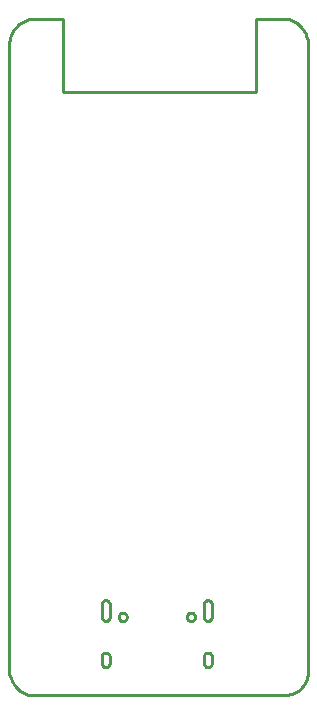
<source format=gbr>
G04 EAGLE Gerber RS-274X export*
G75*
%MOMM*%
%FSLAX34Y34*%
%LPD*%
%IN*%
%IPPOS*%
%AMOC8*
5,1,8,0,0,1.08239X$1,22.5*%
G01*
%ADD10C,0.254000*%


D10*
X-2000Y23000D02*
X-2013Y22851D01*
X-2091Y20925D01*
X-2000Y19000D01*
X-1742Y17090D01*
X-1318Y15210D01*
X-733Y13374D01*
X11Y11596D01*
X906Y9890D01*
X1947Y8268D01*
X3126Y6743D01*
X4433Y5327D01*
X5858Y4029D01*
X7391Y2861D01*
X9020Y1831D01*
X10732Y947D01*
X12515Y216D01*
X14355Y-357D01*
X16238Y-768D01*
X18149Y-1013D01*
X20075Y-1091D01*
X22000Y-1000D01*
X230000Y-1000D01*
X230771Y-1005D01*
X232561Y-904D01*
X234334Y-648D01*
X236079Y-239D01*
X237781Y321D01*
X239428Y1028D01*
X241007Y1875D01*
X242507Y2856D01*
X243915Y3965D01*
X245221Y5192D01*
X246415Y6528D01*
X247488Y7964D01*
X248432Y9487D01*
X249240Y11087D01*
X249905Y12751D01*
X250422Y14466D01*
X250788Y16221D01*
X251000Y18000D01*
X251000Y548000D01*
X251005Y548059D01*
X251087Y549988D01*
X251000Y551917D01*
X250745Y553830D01*
X250325Y555714D01*
X249742Y557555D01*
X249001Y559337D01*
X248107Y561048D01*
X247068Y562675D01*
X245891Y564205D01*
X244584Y565627D01*
X243159Y566929D01*
X241626Y568102D01*
X239997Y569137D01*
X238283Y570026D01*
X236499Y570762D01*
X234657Y571341D01*
X232772Y571756D01*
X230857Y572005D01*
X228929Y572087D01*
X227000Y572000D01*
X207000Y572000D01*
X207000Y510000D01*
X44000Y510000D01*
X44000Y572000D01*
X22000Y572000D01*
X21026Y572046D01*
X19055Y572010D01*
X17095Y571802D01*
X15160Y571425D01*
X13266Y570880D01*
X11426Y570172D01*
X9655Y569307D01*
X7966Y568291D01*
X6373Y567131D01*
X4886Y565837D01*
X3518Y564418D01*
X2278Y562885D01*
X1177Y561250D01*
X223Y559525D01*
X-577Y557724D01*
X-1218Y555860D01*
X-1693Y553947D01*
X-2000Y552000D01*
X-2000Y23000D01*
X162950Y26000D02*
X162962Y25717D01*
X162999Y25436D01*
X163061Y25159D01*
X163146Y24888D01*
X163255Y24627D01*
X163385Y24375D01*
X163538Y24136D01*
X163710Y23911D01*
X163902Y23702D01*
X164111Y23510D01*
X164336Y23338D01*
X164575Y23185D01*
X164827Y23055D01*
X165088Y22946D01*
X165359Y22861D01*
X165636Y22799D01*
X165917Y22762D01*
X166200Y22750D01*
X166483Y22762D01*
X166764Y22799D01*
X167041Y22861D01*
X167312Y22946D01*
X167574Y23055D01*
X167825Y23185D01*
X168064Y23338D01*
X168289Y23510D01*
X168498Y23702D01*
X168690Y23911D01*
X168862Y24136D01*
X169015Y24375D01*
X169146Y24627D01*
X169254Y24888D01*
X169339Y25159D01*
X169401Y25436D01*
X169438Y25717D01*
X169450Y26000D01*
X169450Y32000D01*
X169438Y32283D01*
X169401Y32564D01*
X169339Y32841D01*
X169254Y33112D01*
X169146Y33374D01*
X169015Y33625D01*
X168862Y33864D01*
X168690Y34089D01*
X168498Y34298D01*
X168289Y34490D01*
X168064Y34662D01*
X167825Y34815D01*
X167574Y34946D01*
X167312Y35054D01*
X167041Y35139D01*
X166764Y35201D01*
X166483Y35238D01*
X166200Y35250D01*
X165917Y35238D01*
X165636Y35201D01*
X165359Y35139D01*
X165088Y35054D01*
X164827Y34946D01*
X164575Y34815D01*
X164336Y34662D01*
X164111Y34490D01*
X163902Y34298D01*
X163710Y34089D01*
X163538Y33864D01*
X163385Y33625D01*
X163255Y33374D01*
X163146Y33112D01*
X163061Y32841D01*
X162999Y32564D01*
X162962Y32283D01*
X162950Y32000D01*
X162950Y26000D01*
X76550Y26000D02*
X76562Y25717D01*
X76599Y25436D01*
X76661Y25159D01*
X76746Y24888D01*
X76855Y24627D01*
X76985Y24375D01*
X77138Y24136D01*
X77310Y23911D01*
X77502Y23702D01*
X77711Y23510D01*
X77936Y23338D01*
X78175Y23185D01*
X78427Y23055D01*
X78688Y22946D01*
X78959Y22861D01*
X79236Y22799D01*
X79517Y22762D01*
X79800Y22750D01*
X80083Y22762D01*
X80364Y22799D01*
X80641Y22861D01*
X80912Y22946D01*
X81174Y23055D01*
X81425Y23185D01*
X81664Y23338D01*
X81889Y23510D01*
X82098Y23702D01*
X82290Y23911D01*
X82462Y24136D01*
X82615Y24375D01*
X82746Y24627D01*
X82854Y24888D01*
X82939Y25159D01*
X83001Y25436D01*
X83038Y25717D01*
X83050Y26000D01*
X83050Y32000D01*
X83038Y32283D01*
X83001Y32564D01*
X82939Y32841D01*
X82854Y33112D01*
X82746Y33374D01*
X82615Y33625D01*
X82462Y33864D01*
X82290Y34089D01*
X82098Y34298D01*
X81889Y34490D01*
X81664Y34662D01*
X81425Y34815D01*
X81174Y34946D01*
X80912Y35054D01*
X80641Y35139D01*
X80364Y35201D01*
X80083Y35238D01*
X79800Y35250D01*
X79517Y35238D01*
X79236Y35201D01*
X78959Y35139D01*
X78688Y35054D01*
X78427Y34946D01*
X78175Y34815D01*
X77936Y34662D01*
X77711Y34490D01*
X77502Y34298D01*
X77310Y34089D01*
X77138Y33864D01*
X76985Y33625D01*
X76855Y33374D01*
X76746Y33112D01*
X76661Y32841D01*
X76599Y32564D01*
X76562Y32283D01*
X76550Y32000D01*
X76550Y26000D01*
X162950Y65300D02*
X162962Y65017D01*
X162999Y64736D01*
X163061Y64459D01*
X163146Y64188D01*
X163255Y63927D01*
X163385Y63675D01*
X163538Y63436D01*
X163710Y63211D01*
X163902Y63002D01*
X164111Y62810D01*
X164336Y62638D01*
X164575Y62485D01*
X164827Y62355D01*
X165088Y62246D01*
X165359Y62161D01*
X165636Y62099D01*
X165917Y62062D01*
X166200Y62050D01*
X166483Y62062D01*
X166764Y62099D01*
X167041Y62161D01*
X167312Y62246D01*
X167574Y62355D01*
X167825Y62485D01*
X168064Y62638D01*
X168289Y62810D01*
X168498Y63002D01*
X168690Y63211D01*
X168862Y63436D01*
X169015Y63675D01*
X169146Y63927D01*
X169254Y64188D01*
X169339Y64459D01*
X169401Y64736D01*
X169438Y65017D01*
X169450Y65300D01*
X169450Y76300D01*
X169438Y76583D01*
X169401Y76864D01*
X169339Y77141D01*
X169254Y77412D01*
X169146Y77674D01*
X169015Y77925D01*
X168862Y78164D01*
X168690Y78389D01*
X168498Y78598D01*
X168289Y78790D01*
X168064Y78962D01*
X167825Y79115D01*
X167574Y79246D01*
X167312Y79354D01*
X167041Y79439D01*
X166764Y79501D01*
X166483Y79538D01*
X166200Y79550D01*
X165917Y79538D01*
X165636Y79501D01*
X165359Y79439D01*
X165088Y79354D01*
X164827Y79246D01*
X164575Y79115D01*
X164336Y78962D01*
X164111Y78790D01*
X163902Y78598D01*
X163710Y78389D01*
X163538Y78164D01*
X163385Y77925D01*
X163255Y77674D01*
X163146Y77412D01*
X163061Y77141D01*
X162999Y76864D01*
X162962Y76583D01*
X162950Y76300D01*
X162950Y65300D01*
X76550Y65300D02*
X76562Y65017D01*
X76599Y64736D01*
X76661Y64459D01*
X76746Y64188D01*
X76855Y63927D01*
X76985Y63675D01*
X77138Y63436D01*
X77310Y63211D01*
X77502Y63002D01*
X77711Y62810D01*
X77936Y62638D01*
X78175Y62485D01*
X78427Y62355D01*
X78688Y62246D01*
X78959Y62161D01*
X79236Y62099D01*
X79517Y62062D01*
X79800Y62050D01*
X80083Y62062D01*
X80364Y62099D01*
X80641Y62161D01*
X80912Y62246D01*
X81174Y62355D01*
X81425Y62485D01*
X81664Y62638D01*
X81889Y62810D01*
X82098Y63002D01*
X82290Y63211D01*
X82462Y63436D01*
X82615Y63675D01*
X82746Y63927D01*
X82854Y64188D01*
X82939Y64459D01*
X83001Y64736D01*
X83038Y65017D01*
X83050Y65300D01*
X83050Y76300D01*
X83038Y76583D01*
X83001Y76864D01*
X82939Y77141D01*
X82854Y77412D01*
X82746Y77674D01*
X82615Y77925D01*
X82462Y78164D01*
X82290Y78389D01*
X82098Y78598D01*
X81889Y78790D01*
X81664Y78962D01*
X81425Y79115D01*
X81174Y79246D01*
X80912Y79354D01*
X80641Y79439D01*
X80364Y79501D01*
X80083Y79538D01*
X79800Y79550D01*
X79517Y79538D01*
X79236Y79501D01*
X78959Y79439D01*
X78688Y79354D01*
X78427Y79246D01*
X78175Y79115D01*
X77936Y78962D01*
X77711Y78790D01*
X77502Y78598D01*
X77310Y78389D01*
X77138Y78164D01*
X76985Y77925D01*
X76855Y77674D01*
X76746Y77412D01*
X76661Y77141D01*
X76599Y76864D01*
X76562Y76583D01*
X76550Y76300D01*
X76550Y65300D01*
X97600Y65271D02*
X97540Y64816D01*
X97421Y64373D01*
X97246Y63949D01*
X97016Y63551D01*
X96737Y63187D01*
X96413Y62863D01*
X96049Y62584D01*
X95651Y62354D01*
X95227Y62179D01*
X94784Y62060D01*
X94329Y62000D01*
X93871Y62000D01*
X93416Y62060D01*
X92973Y62179D01*
X92549Y62354D01*
X92151Y62584D01*
X91787Y62863D01*
X91463Y63187D01*
X91184Y63551D01*
X90954Y63949D01*
X90779Y64373D01*
X90660Y64816D01*
X90600Y65271D01*
X90600Y65729D01*
X90660Y66184D01*
X90779Y66627D01*
X90954Y67051D01*
X91184Y67449D01*
X91463Y67813D01*
X91787Y68137D01*
X92151Y68416D01*
X92549Y68646D01*
X92973Y68821D01*
X93416Y68940D01*
X93871Y69000D01*
X94329Y69000D01*
X94784Y68940D01*
X95227Y68821D01*
X95651Y68646D01*
X96049Y68416D01*
X96413Y68137D01*
X96737Y67813D01*
X97016Y67449D01*
X97246Y67051D01*
X97421Y66627D01*
X97540Y66184D01*
X97600Y65729D01*
X97600Y65271D01*
X155400Y65271D02*
X155340Y64816D01*
X155221Y64373D01*
X155046Y63949D01*
X154816Y63551D01*
X154537Y63187D01*
X154213Y62863D01*
X153849Y62584D01*
X153451Y62354D01*
X153027Y62179D01*
X152584Y62060D01*
X152129Y62000D01*
X151671Y62000D01*
X151216Y62060D01*
X150773Y62179D01*
X150349Y62354D01*
X149951Y62584D01*
X149587Y62863D01*
X149263Y63187D01*
X148984Y63551D01*
X148754Y63949D01*
X148579Y64373D01*
X148460Y64816D01*
X148400Y65271D01*
X148400Y65729D01*
X148460Y66184D01*
X148579Y66627D01*
X148754Y67051D01*
X148984Y67449D01*
X149263Y67813D01*
X149587Y68137D01*
X149951Y68416D01*
X150349Y68646D01*
X150773Y68821D01*
X151216Y68940D01*
X151671Y69000D01*
X152129Y69000D01*
X152584Y68940D01*
X153027Y68821D01*
X153451Y68646D01*
X153849Y68416D01*
X154213Y68137D01*
X154537Y67813D01*
X154816Y67449D01*
X155046Y67051D01*
X155221Y66627D01*
X155340Y66184D01*
X155400Y65729D01*
X155400Y65271D01*
M02*

</source>
